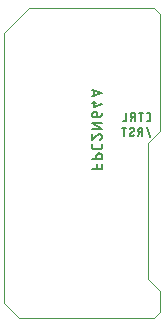
<source format=gbo>
G75*
%MOIN*%
%OFA0B0*%
%FSLAX25Y25*%
%IPPOS*%
%LPD*%
%AMOC8*
5,1,8,0,0,1.08239X$1,22.5*
%
%ADD10C,0.00000*%
%ADD11C,0.00600*%
%ADD12C,0.00500*%
D10*
X0006600Y0044600D02*
X0051600Y0044600D01*
X0053600Y0046600D01*
X0053600Y0053600D01*
X0049600Y0057600D01*
X0049600Y0103100D01*
X0053600Y0107100D01*
X0053600Y0146100D01*
X0051600Y0148100D01*
X0010100Y0148100D01*
X0001600Y0139600D01*
X0001600Y0049600D01*
X0006600Y0044600D01*
D11*
X0030900Y0094493D02*
X0034300Y0094493D01*
X0034300Y0096004D01*
X0032789Y0096004D02*
X0032789Y0094493D01*
X0032411Y0097679D02*
X0032411Y0098623D01*
X0032412Y0098623D02*
X0032414Y0098683D01*
X0032420Y0098744D01*
X0032429Y0098803D01*
X0032443Y0098862D01*
X0032460Y0098920D01*
X0032481Y0098977D01*
X0032505Y0099033D01*
X0032533Y0099086D01*
X0032565Y0099138D01*
X0032599Y0099188D01*
X0032637Y0099235D01*
X0032678Y0099280D01*
X0032721Y0099322D01*
X0032767Y0099361D01*
X0032816Y0099397D01*
X0032867Y0099430D01*
X0032919Y0099460D01*
X0032974Y0099486D01*
X0033030Y0099509D01*
X0033087Y0099528D01*
X0033146Y0099543D01*
X0033205Y0099555D01*
X0033265Y0099563D01*
X0033326Y0099567D01*
X0033386Y0099567D01*
X0033447Y0099563D01*
X0033507Y0099555D01*
X0033566Y0099543D01*
X0033625Y0099528D01*
X0033682Y0099509D01*
X0033738Y0099486D01*
X0033793Y0099460D01*
X0033845Y0099430D01*
X0033896Y0099397D01*
X0033945Y0099361D01*
X0033991Y0099322D01*
X0034034Y0099280D01*
X0034075Y0099235D01*
X0034113Y0099188D01*
X0034147Y0099138D01*
X0034179Y0099086D01*
X0034207Y0099033D01*
X0034231Y0098977D01*
X0034252Y0098920D01*
X0034269Y0098862D01*
X0034283Y0098803D01*
X0034292Y0098744D01*
X0034298Y0098683D01*
X0034300Y0098623D01*
X0034300Y0097679D01*
X0030900Y0097679D01*
X0031656Y0101067D02*
X0033544Y0101067D01*
X0033598Y0101069D01*
X0033652Y0101075D01*
X0033705Y0101084D01*
X0033757Y0101098D01*
X0033808Y0101115D01*
X0033858Y0101135D01*
X0033906Y0101159D01*
X0033953Y0101187D01*
X0033997Y0101218D01*
X0034039Y0101252D01*
X0034079Y0101288D01*
X0034115Y0101328D01*
X0034149Y0101370D01*
X0034180Y0101414D01*
X0034208Y0101461D01*
X0034232Y0101509D01*
X0034252Y0101559D01*
X0034269Y0101610D01*
X0034283Y0101662D01*
X0034292Y0101715D01*
X0034298Y0101769D01*
X0034300Y0101823D01*
X0034300Y0102578D01*
X0031656Y0101067D02*
X0031602Y0101069D01*
X0031548Y0101075D01*
X0031495Y0101084D01*
X0031443Y0101098D01*
X0031392Y0101115D01*
X0031342Y0101135D01*
X0031294Y0101159D01*
X0031247Y0101187D01*
X0031203Y0101218D01*
X0031161Y0101252D01*
X0031121Y0101288D01*
X0031085Y0101328D01*
X0031051Y0101370D01*
X0031020Y0101414D01*
X0030992Y0101461D01*
X0030968Y0101509D01*
X0030948Y0101559D01*
X0030931Y0101610D01*
X0030917Y0101662D01*
X0030908Y0101715D01*
X0030902Y0101769D01*
X0030900Y0101823D01*
X0030900Y0102578D01*
X0030900Y0104082D02*
X0030900Y0105971D01*
X0030900Y0107802D02*
X0034300Y0107802D01*
X0030900Y0109691D01*
X0034300Y0109691D01*
X0032789Y0111522D02*
X0031844Y0111522D01*
X0031844Y0111523D02*
X0031784Y0111525D01*
X0031723Y0111531D01*
X0031664Y0111540D01*
X0031605Y0111554D01*
X0031547Y0111571D01*
X0031490Y0111592D01*
X0031434Y0111616D01*
X0031381Y0111644D01*
X0031329Y0111676D01*
X0031279Y0111710D01*
X0031232Y0111748D01*
X0031187Y0111789D01*
X0031145Y0111832D01*
X0031106Y0111878D01*
X0031070Y0111927D01*
X0031037Y0111978D01*
X0031007Y0112030D01*
X0030981Y0112085D01*
X0030958Y0112141D01*
X0030939Y0112198D01*
X0030924Y0112257D01*
X0030912Y0112316D01*
X0030904Y0112376D01*
X0030900Y0112437D01*
X0030900Y0112497D01*
X0030904Y0112558D01*
X0030912Y0112618D01*
X0030924Y0112677D01*
X0030939Y0112736D01*
X0030958Y0112793D01*
X0030981Y0112849D01*
X0031007Y0112904D01*
X0031037Y0112956D01*
X0031070Y0113007D01*
X0031106Y0113056D01*
X0031145Y0113102D01*
X0031187Y0113145D01*
X0031232Y0113186D01*
X0031279Y0113224D01*
X0031329Y0113258D01*
X0031381Y0113290D01*
X0031434Y0113318D01*
X0031490Y0113342D01*
X0031547Y0113363D01*
X0031605Y0113380D01*
X0031664Y0113394D01*
X0031723Y0113403D01*
X0031784Y0113409D01*
X0031844Y0113411D01*
X0032033Y0113411D01*
X0032033Y0113412D02*
X0032087Y0113410D01*
X0032141Y0113404D01*
X0032194Y0113395D01*
X0032246Y0113381D01*
X0032297Y0113364D01*
X0032347Y0113344D01*
X0032395Y0113320D01*
X0032442Y0113292D01*
X0032486Y0113261D01*
X0032528Y0113227D01*
X0032568Y0113191D01*
X0032604Y0113151D01*
X0032638Y0113109D01*
X0032669Y0113065D01*
X0032697Y0113018D01*
X0032721Y0112970D01*
X0032741Y0112920D01*
X0032758Y0112869D01*
X0032772Y0112817D01*
X0032781Y0112764D01*
X0032787Y0112710D01*
X0032789Y0112656D01*
X0032789Y0111522D01*
X0032866Y0111524D01*
X0032942Y0111530D01*
X0033018Y0111539D01*
X0033093Y0111553D01*
X0033168Y0111570D01*
X0033241Y0111591D01*
X0033314Y0111616D01*
X0033385Y0111644D01*
X0033454Y0111676D01*
X0033522Y0111712D01*
X0033588Y0111751D01*
X0033652Y0111793D01*
X0033714Y0111838D01*
X0033773Y0111887D01*
X0033830Y0111938D01*
X0033884Y0111992D01*
X0033935Y0112049D01*
X0033984Y0112108D01*
X0034029Y0112170D01*
X0034071Y0112234D01*
X0034110Y0112300D01*
X0034146Y0112368D01*
X0034178Y0112437D01*
X0034206Y0112508D01*
X0034231Y0112581D01*
X0034252Y0112654D01*
X0034269Y0112729D01*
X0034283Y0112804D01*
X0034292Y0112880D01*
X0034298Y0112956D01*
X0034300Y0113033D01*
X0034300Y0115878D02*
X0031656Y0115122D01*
X0031656Y0117011D01*
X0032411Y0116444D02*
X0030900Y0116444D01*
X0030900Y0118533D02*
X0034300Y0119667D01*
X0030900Y0120800D01*
X0031750Y0120517D02*
X0031750Y0118817D01*
X0032789Y0105688D02*
X0030900Y0104082D01*
X0033544Y0104082D02*
X0033606Y0104104D01*
X0033666Y0104130D01*
X0033725Y0104159D01*
X0033781Y0104192D01*
X0033836Y0104228D01*
X0033888Y0104267D01*
X0033938Y0104309D01*
X0033985Y0104354D01*
X0034030Y0104402D01*
X0034072Y0104453D01*
X0034110Y0104505D01*
X0034145Y0104561D01*
X0034177Y0104618D01*
X0034205Y0104677D01*
X0034230Y0104737D01*
X0034251Y0104799D01*
X0034269Y0104862D01*
X0034282Y0104926D01*
X0034292Y0104991D01*
X0034298Y0105056D01*
X0034300Y0105121D01*
X0034298Y0105177D01*
X0034293Y0105232D01*
X0034284Y0105287D01*
X0034271Y0105341D01*
X0034255Y0105394D01*
X0034235Y0105446D01*
X0034212Y0105497D01*
X0034186Y0105546D01*
X0034157Y0105593D01*
X0034124Y0105638D01*
X0034089Y0105681D01*
X0034051Y0105722D01*
X0034010Y0105760D01*
X0033967Y0105795D01*
X0033922Y0105828D01*
X0033875Y0105857D01*
X0033826Y0105883D01*
X0033775Y0105906D01*
X0033723Y0105926D01*
X0033670Y0105942D01*
X0033616Y0105955D01*
X0033561Y0105964D01*
X0033506Y0105969D01*
X0033450Y0105971D01*
X0033393Y0105969D01*
X0033337Y0105964D01*
X0033280Y0105955D01*
X0033225Y0105943D01*
X0033170Y0105927D01*
X0033117Y0105908D01*
X0033064Y0105886D01*
X0033014Y0105860D01*
X0032965Y0105831D01*
X0032917Y0105800D01*
X0032872Y0105765D01*
X0032829Y0105728D01*
X0032789Y0105688D01*
D12*
X0040936Y0108050D02*
X0042436Y0108050D01*
X0041686Y0108050D02*
X0041686Y0105350D01*
X0043828Y0106475D02*
X0044653Y0106925D01*
X0044353Y0108050D02*
X0044287Y0108048D01*
X0044222Y0108042D01*
X0044157Y0108033D01*
X0044092Y0108019D01*
X0044029Y0108002D01*
X0043966Y0107981D01*
X0043905Y0107957D01*
X0043846Y0107929D01*
X0043788Y0107898D01*
X0043732Y0107863D01*
X0043678Y0107825D01*
X0044653Y0106925D02*
X0044694Y0106952D01*
X0044733Y0106981D01*
X0044769Y0107014D01*
X0044802Y0107049D01*
X0044833Y0107087D01*
X0044860Y0107127D01*
X0044884Y0107169D01*
X0044905Y0107213D01*
X0044922Y0107259D01*
X0044936Y0107305D01*
X0044945Y0107353D01*
X0044951Y0107401D01*
X0044953Y0107450D01*
X0044951Y0107497D01*
X0044946Y0107544D01*
X0044936Y0107590D01*
X0044924Y0107635D01*
X0044907Y0107680D01*
X0044888Y0107722D01*
X0044865Y0107763D01*
X0044838Y0107803D01*
X0044809Y0107840D01*
X0044777Y0107874D01*
X0044743Y0107906D01*
X0044706Y0107935D01*
X0044666Y0107962D01*
X0044625Y0107985D01*
X0044583Y0108004D01*
X0044538Y0108021D01*
X0044493Y0108033D01*
X0044447Y0108043D01*
X0044400Y0108048D01*
X0044353Y0108050D01*
X0045028Y0105725D02*
X0044979Y0105679D01*
X0044929Y0105635D01*
X0044876Y0105594D01*
X0044821Y0105557D01*
X0044765Y0105522D01*
X0044706Y0105490D01*
X0044646Y0105461D01*
X0044584Y0105435D01*
X0044522Y0105413D01*
X0044458Y0105394D01*
X0044393Y0105378D01*
X0044327Y0105366D01*
X0044261Y0105357D01*
X0044195Y0105352D01*
X0044128Y0105350D01*
X0044081Y0105352D01*
X0044034Y0105357D01*
X0043988Y0105367D01*
X0043943Y0105379D01*
X0043898Y0105396D01*
X0043856Y0105415D01*
X0043815Y0105438D01*
X0043775Y0105465D01*
X0043738Y0105494D01*
X0043704Y0105526D01*
X0043672Y0105560D01*
X0043643Y0105597D01*
X0043616Y0105637D01*
X0043593Y0105678D01*
X0043574Y0105720D01*
X0043557Y0105765D01*
X0043545Y0105810D01*
X0043535Y0105856D01*
X0043530Y0105903D01*
X0043528Y0105950D01*
X0043530Y0105999D01*
X0043536Y0106047D01*
X0043545Y0106095D01*
X0043559Y0106141D01*
X0043576Y0106187D01*
X0043597Y0106231D01*
X0043621Y0106273D01*
X0043648Y0106313D01*
X0043679Y0106351D01*
X0043712Y0106386D01*
X0043748Y0106419D01*
X0043787Y0106448D01*
X0043828Y0106475D01*
X0046285Y0105350D02*
X0046885Y0106550D01*
X0047035Y0106550D02*
X0047785Y0106550D01*
X0047035Y0106550D02*
X0046981Y0106552D01*
X0046928Y0106558D01*
X0046876Y0106567D01*
X0046824Y0106580D01*
X0046773Y0106597D01*
X0046723Y0106618D01*
X0046676Y0106642D01*
X0046630Y0106669D01*
X0046586Y0106700D01*
X0046544Y0106733D01*
X0046505Y0106770D01*
X0046468Y0106809D01*
X0046435Y0106851D01*
X0046404Y0106895D01*
X0046377Y0106941D01*
X0046353Y0106988D01*
X0046332Y0107038D01*
X0046315Y0107089D01*
X0046302Y0107141D01*
X0046293Y0107193D01*
X0046287Y0107246D01*
X0046285Y0107300D01*
X0046287Y0107354D01*
X0046293Y0107407D01*
X0046302Y0107459D01*
X0046315Y0107511D01*
X0046332Y0107562D01*
X0046353Y0107612D01*
X0046377Y0107659D01*
X0046404Y0107705D01*
X0046435Y0107749D01*
X0046468Y0107791D01*
X0046505Y0107830D01*
X0046544Y0107867D01*
X0046586Y0107900D01*
X0046630Y0107931D01*
X0046676Y0107958D01*
X0046723Y0107982D01*
X0046773Y0108003D01*
X0046824Y0108020D01*
X0046876Y0108033D01*
X0046928Y0108042D01*
X0046981Y0108048D01*
X0047035Y0108050D01*
X0047785Y0108050D01*
X0047785Y0105350D01*
X0050350Y0105050D02*
X0049150Y0108350D01*
X0049150Y0110350D02*
X0049750Y0110350D01*
X0049797Y0110352D01*
X0049844Y0110357D01*
X0049890Y0110367D01*
X0049935Y0110379D01*
X0049980Y0110396D01*
X0050022Y0110415D01*
X0050063Y0110438D01*
X0050103Y0110465D01*
X0050140Y0110494D01*
X0050174Y0110526D01*
X0050206Y0110560D01*
X0050235Y0110597D01*
X0050262Y0110637D01*
X0050285Y0110678D01*
X0050304Y0110720D01*
X0050321Y0110765D01*
X0050333Y0110810D01*
X0050343Y0110856D01*
X0050348Y0110903D01*
X0050350Y0110950D01*
X0050350Y0112450D01*
X0050348Y0112497D01*
X0050343Y0112544D01*
X0050333Y0112590D01*
X0050321Y0112635D01*
X0050304Y0112680D01*
X0050285Y0112722D01*
X0050262Y0112763D01*
X0050235Y0112803D01*
X0050206Y0112840D01*
X0050174Y0112874D01*
X0050140Y0112906D01*
X0050103Y0112935D01*
X0050063Y0112962D01*
X0050022Y0112985D01*
X0049980Y0113004D01*
X0049935Y0113021D01*
X0049890Y0113033D01*
X0049844Y0113043D01*
X0049797Y0113048D01*
X0049750Y0113050D01*
X0049150Y0113050D01*
X0048130Y0113050D02*
X0046630Y0113050D01*
X0047380Y0113050D02*
X0047380Y0110350D01*
X0045318Y0110350D02*
X0045318Y0113050D01*
X0044568Y0113050D01*
X0044514Y0113048D01*
X0044461Y0113042D01*
X0044409Y0113033D01*
X0044357Y0113020D01*
X0044306Y0113003D01*
X0044256Y0112982D01*
X0044209Y0112958D01*
X0044163Y0112931D01*
X0044119Y0112900D01*
X0044077Y0112867D01*
X0044038Y0112830D01*
X0044001Y0112791D01*
X0043968Y0112749D01*
X0043937Y0112705D01*
X0043910Y0112659D01*
X0043886Y0112612D01*
X0043865Y0112562D01*
X0043848Y0112511D01*
X0043835Y0112459D01*
X0043826Y0112407D01*
X0043820Y0112354D01*
X0043818Y0112300D01*
X0043820Y0112246D01*
X0043826Y0112193D01*
X0043835Y0112141D01*
X0043848Y0112089D01*
X0043865Y0112038D01*
X0043886Y0111988D01*
X0043910Y0111941D01*
X0043937Y0111895D01*
X0043968Y0111851D01*
X0044001Y0111809D01*
X0044038Y0111770D01*
X0044077Y0111733D01*
X0044119Y0111700D01*
X0044163Y0111669D01*
X0044209Y0111642D01*
X0044256Y0111618D01*
X0044306Y0111597D01*
X0044357Y0111580D01*
X0044409Y0111567D01*
X0044461Y0111558D01*
X0044514Y0111552D01*
X0044568Y0111550D01*
X0045318Y0111550D01*
X0044418Y0111550D02*
X0043818Y0110350D01*
X0042361Y0110350D02*
X0041161Y0110350D01*
X0042361Y0110350D02*
X0042361Y0113050D01*
M02*

</source>
